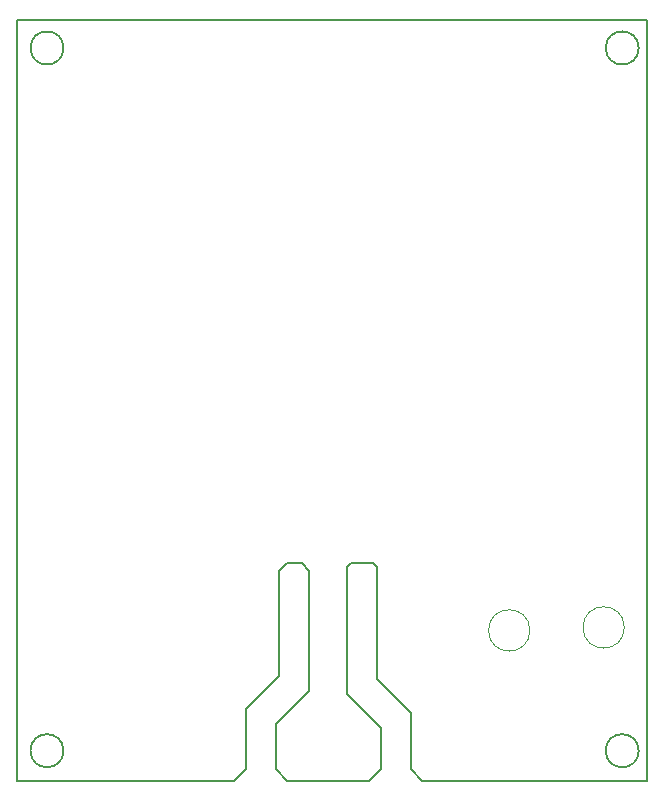
<source format=gbr>
%TF.GenerationSoftware,KiCad,Pcbnew,(6.0.7)*%
%TF.CreationDate,2022-10-17T23:11:19+02:00*%
%TF.ProjectId,Wifi_homesensor,57696669-5f68-46f6-9d65-73656e736f72,rev?*%
%TF.SameCoordinates,Original*%
%TF.FileFunction,Profile,NP*%
%FSLAX46Y46*%
G04 Gerber Fmt 4.6, Leading zero omitted, Abs format (unit mm)*
G04 Created by KiCad (PCBNEW (6.0.7)) date 2022-10-17 23:11:19*
%MOMM*%
%LPD*%
G01*
G04 APERTURE LIST*
%TA.AperFunction,Profile*%
%ADD10C,0.200000*%
%TD*%
%TA.AperFunction,Profile*%
%ADD11C,0.100000*%
%TD*%
G04 APERTURE END LIST*
D10*
X148447600Y-122262900D02*
X148447600Y-111467900D01*
D11*
X163929000Y-116840000D02*
G75*
G03*
X163929000Y-116840000I-1750000J0D01*
G01*
D10*
X150352600Y-129565400D02*
X151305100Y-128612900D01*
X151305100Y-128612900D02*
X151305100Y-125120400D01*
X173827600Y-129565400D02*
X173827600Y-65125400D01*
X142732600Y-111785400D02*
X143367600Y-111150400D01*
X120507600Y-65125400D02*
X120507600Y-129565400D01*
X145272600Y-121945400D02*
X142415100Y-124802900D01*
X124447600Y-127025400D02*
G75*
G03*
X124447600Y-127025400I-1400000J0D01*
G01*
X139875100Y-123532900D02*
X142732600Y-120675400D01*
X173827600Y-65125400D02*
X120507600Y-65125400D01*
X148447600Y-111467900D02*
X148765100Y-111150400D01*
X124447600Y-67525400D02*
G75*
G03*
X124447600Y-67525400I-1400000J0D01*
G01*
X143367600Y-129565400D02*
X150352600Y-129565400D01*
D11*
X171930000Y-116586000D02*
G75*
G03*
X171930000Y-116586000I-1750000J0D01*
G01*
D10*
X139875100Y-128612900D02*
X139875100Y-123532900D01*
X143367600Y-111150400D02*
X144637600Y-111150400D01*
X173147600Y-127025400D02*
G75*
G03*
X173147600Y-127025400I-1400000J0D01*
G01*
X144637600Y-111150400D02*
X145272600Y-111785400D01*
X154797600Y-129565400D02*
X173827600Y-129565400D01*
X153845100Y-128612900D02*
X154797600Y-129565400D01*
X148765100Y-111150400D02*
X150670100Y-111150400D01*
X138922600Y-129565400D02*
X139875100Y-128612900D01*
X153845100Y-123850400D02*
X153845100Y-128612900D01*
X150987600Y-111467900D02*
X150987600Y-120992900D01*
X142415100Y-128612900D02*
X143367600Y-129565400D01*
X142415100Y-124802900D02*
X142415100Y-128612900D01*
X151305100Y-125120400D02*
X148447600Y-122262900D01*
X145272600Y-111785400D02*
X145272600Y-121945400D01*
X142732600Y-120675400D02*
X142732600Y-111785400D01*
X150670100Y-111150400D02*
X150987600Y-111467900D01*
X120507600Y-129565400D02*
X138922600Y-129565400D01*
X150987600Y-120992900D02*
X153845100Y-123850400D01*
X173147600Y-67525400D02*
G75*
G03*
X173147600Y-67525400I-1400000J0D01*
G01*
M02*

</source>
